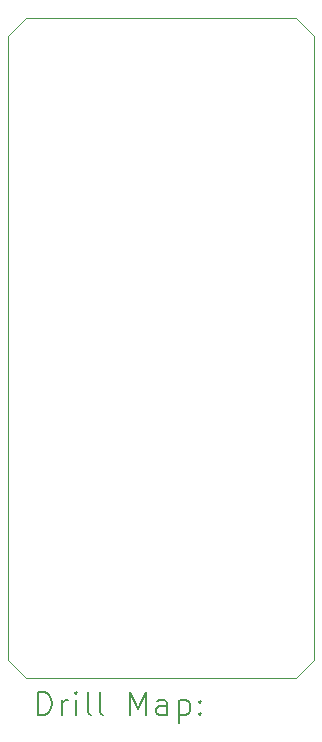
<source format=gbr>
%TF.GenerationSoftware,KiCad,Pcbnew,(6.0.10)*%
%TF.CreationDate,2023-06-12T15:35:49-04:00*%
%TF.ProjectId,esp32_dev_board,65737033-325f-4646-9576-5f626f617264,rev?*%
%TF.SameCoordinates,Original*%
%TF.FileFunction,Drillmap*%
%TF.FilePolarity,Positive*%
%FSLAX45Y45*%
G04 Gerber Fmt 4.5, Leading zero omitted, Abs format (unit mm)*
G04 Created by KiCad (PCBNEW (6.0.10)) date 2023-06-12 15:35:49*
%MOMM*%
%LPD*%
G01*
G04 APERTURE LIST*
%ADD10C,0.100000*%
%ADD11C,0.200000*%
G04 APERTURE END LIST*
D10*
X15747000Y-8890700D02*
X18035000Y-8892500D01*
X18035000Y-8892500D02*
X18185000Y-9042500D01*
X18183600Y-14327100D02*
X18035000Y-14478900D01*
X18185000Y-9042500D02*
X18183600Y-14327100D01*
X18035000Y-14478900D02*
X15748600Y-14477300D01*
X15747000Y-8890700D02*
X15598400Y-9042500D01*
X15596800Y-14328700D02*
X15748600Y-14477300D01*
X15596800Y-14328700D02*
X15598400Y-9042500D01*
D11*
X15849419Y-14794376D02*
X15849419Y-14594376D01*
X15897038Y-14594376D01*
X15925609Y-14603900D01*
X15944657Y-14622948D01*
X15954181Y-14641995D01*
X15963705Y-14680090D01*
X15963705Y-14708662D01*
X15954181Y-14746757D01*
X15944657Y-14765805D01*
X15925609Y-14784852D01*
X15897038Y-14794376D01*
X15849419Y-14794376D01*
X16049419Y-14794376D02*
X16049419Y-14661043D01*
X16049419Y-14699138D02*
X16058943Y-14680090D01*
X16068467Y-14670567D01*
X16087514Y-14661043D01*
X16106562Y-14661043D01*
X16173228Y-14794376D02*
X16173228Y-14661043D01*
X16173228Y-14594376D02*
X16163705Y-14603900D01*
X16173228Y-14613424D01*
X16182752Y-14603900D01*
X16173228Y-14594376D01*
X16173228Y-14613424D01*
X16297038Y-14794376D02*
X16277990Y-14784852D01*
X16268467Y-14765805D01*
X16268467Y-14594376D01*
X16401800Y-14794376D02*
X16382752Y-14784852D01*
X16373228Y-14765805D01*
X16373228Y-14594376D01*
X16630371Y-14794376D02*
X16630371Y-14594376D01*
X16697038Y-14737233D01*
X16763705Y-14594376D01*
X16763705Y-14794376D01*
X16944657Y-14794376D02*
X16944657Y-14689614D01*
X16935133Y-14670567D01*
X16916086Y-14661043D01*
X16877990Y-14661043D01*
X16858943Y-14670567D01*
X16944657Y-14784852D02*
X16925610Y-14794376D01*
X16877990Y-14794376D01*
X16858943Y-14784852D01*
X16849419Y-14765805D01*
X16849419Y-14746757D01*
X16858943Y-14727709D01*
X16877990Y-14718186D01*
X16925610Y-14718186D01*
X16944657Y-14708662D01*
X17039895Y-14661043D02*
X17039895Y-14861043D01*
X17039895Y-14670567D02*
X17058943Y-14661043D01*
X17097038Y-14661043D01*
X17116086Y-14670567D01*
X17125610Y-14680090D01*
X17135133Y-14699138D01*
X17135133Y-14756281D01*
X17125610Y-14775328D01*
X17116086Y-14784852D01*
X17097038Y-14794376D01*
X17058943Y-14794376D01*
X17039895Y-14784852D01*
X17220848Y-14775328D02*
X17230371Y-14784852D01*
X17220848Y-14794376D01*
X17211324Y-14784852D01*
X17220848Y-14775328D01*
X17220848Y-14794376D01*
X17220848Y-14670567D02*
X17230371Y-14680090D01*
X17220848Y-14689614D01*
X17211324Y-14680090D01*
X17220848Y-14670567D01*
X17220848Y-14689614D01*
M02*

</source>
